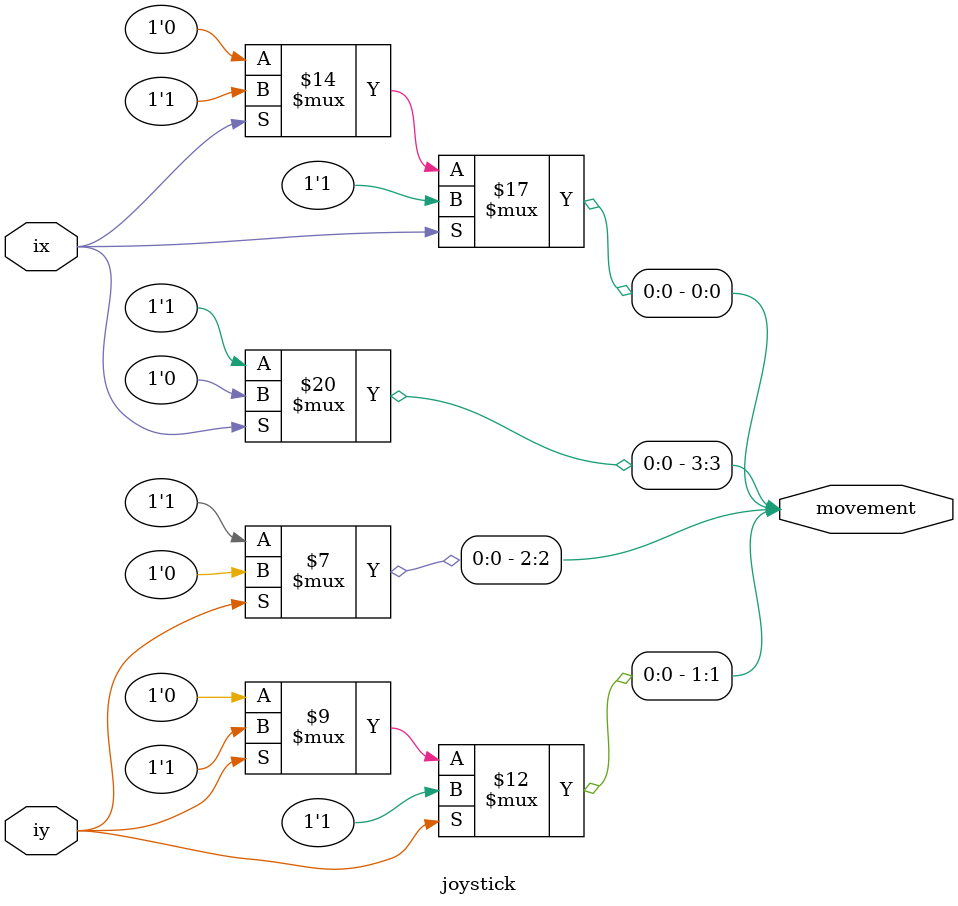
<source format=v>

`timescale 1ns / 1ns // `timescale time_unit/time_precision

module beehive
	(
		CLOCK_50,						//	On Board 50 MHz
		// Your inputs and outputs here
        KEY,
        SW,
		GPIO,

		// The ports below are for the VGA output.  Do not change.
		VGA_CLK,   						//	VGA Clock
		VGA_HS,							//	VGA H_SYNC
		VGA_VS,							//	VGA V_SYNC
		VGA_BLANK_N,						//	VGA BLANK
		VGA_SYNC_N,						//	VGA SYNC
		VGA_R,   						//	VGA Red[9:0]
		VGA_G,	 						//	VGA Green[9:0]
		VGA_B   						//	VGA Blue[9:0]
	);

	// Declare your inputs and outputs here
	input	CLOCK_50;				    // 50 MHz Clock
	input [9:0] SW;
	input [3:0] KEY;
	input [10:5]GPIO;	// 5:x, 7:y, 9:sw

	// Do not change the following outputs
	output			VGA_CLK;   				//	VGA Clock
	output			VGA_HS;					//	VGA H_SYNC
	output			VGA_VS;					//	VGA V_SYNC
	output			VGA_BLANK_N;				//	VGA BLANK
	output			VGA_SYNC_N;				//	VGA SYNC
	output	[9:0]	VGA_R;   				//	VGA Red[9:0]
	output	[9:0]	VGA_G;	 				//	VGA Green[9:0]
	output	[9:0]	VGA_B;   				//	VGA Blue[9:0]

	// Create an Instance of a VGA controller - there can be only one!
	// Define the number of colours as well as the initial background
	// image file (.MIF) for the controller.
	vga_adapter VGA(
			.resetn(resetn),
			.clock(CLOCK_50),
			.colour(outcolour),
			.x(outx),
			.y(outy),
			.plot(writeEn),
			/* Signals for the DAC to drive the monitor. */
			.VGA_R(VGA_R),
			.VGA_G(VGA_G),
			.VGA_B(VGA_B),
			.VGA_HS(VGA_HS),
			.VGA_VS(VGA_VS),
			.VGA_BLANK(VGA_BLANK_N),
			.VGA_SYNC(VGA_SYNC_N),
			.VGA_CLK(VGA_CLK));

	defparam VGA.RESOLUTION = "160x120";
	defparam VGA.MONOCHROME = "FALSE";
	defparam VGA.BITS_PER_COLOUR_CHANNEL = 1;
	defparam VGA.BACKGROUND_IMAGE = "black.mif";

	// Put your code here. Your code should produce signals x,y,colour and writeEn/plot
	// for the VGA controller, in addition to any other functionality your design may require.

    wire resetn;
	assign resetn = KEY[0];

	// joystick stuff
	wire [3:0]movement;

	joystick j(
		.ix(GPIO[5]),
		.iy(GPIO[7]),

		.movement(movement)
		);

	////////////////////////// BOY INSTANTIATION //////////////////////////////
	// wires from b0
	wire [2:0] outcolour0;
	wire [7:0] outx0;
	wire [6:0] outy0;
	wire [0:0] writeEn0;

	baby B0(
			.CLOCK_50(CLOCK_50),
			.resetn(resetn),
			.xin(8'd70),
			.yin(7'd70),
			.colourin(3'b111),

			// cycle per second, not -1
			.cycleload(28'b0010111110101111000010000000),
			.movement(movement),

			.outx(outx0),
			.outy(outy0),
			.outcolour(outcolour0),
			.writeEn(writeEn0)
			);
	////////////////////////// END BOY INSTANTIATION //////////////////////////

    ////////////////////////// BEE 1 INSTANTIATION ////////////////////////////
    //wires from b1
	wire [2:0] outcolour1;
	wire [7:0] outx1;
	wire [6:0] outy1;
	wire [0:0] writeEn1;

	beeby B1(
		.CLOCK_50(CLOCK_50),
		.resetn(resetn),
		.xin(8'd10),
		.yin(7'd10),
		.colourin(3'b001),

		// cycle per second, not -1
	    .cycleload(28'b0010111110101111000010000000),

		.outx(outx1),
		.outy(outy1),
		.outcolour(outcolour1),
		.writeEn(writeEn1)
		);
	///////////////////////// END BEE 1 INSTANTIATION /////////////////////////

	////////////////////////// BEE 2 INSTANTIATION ////////////////////////////
    //wires from b2
	wire [2:0] outcolour2;
	wire [7:0] outx2;
	wire [6:0] outy2;
	wire [0:0] writeEn2;

	beeby B2(
		.CLOCK_50(CLOCK_50),
		.resetn(resetn),
		.xin(8'd40),
		.yin(7'd40),
		.colourin(3'b010),

		// cycle per second, not -1
	    .cycleload(28'b0010111110101111000010000000),

		.outx(outx2),
		.outy(outy2),
		.outcolour(outcolour2),
		.writeEn(writeEn2)
		);
	///////////////////////// END BEE 2 INSTANTIATION /////////////////////////

	/////////////////////////// CHOOSE MOVEMENT INSTANTIATION /////////////////
    // Create the colour, x, y and writeEn wires that are inputs to the controller.
    wire [2:0] outcolour;
    wire [7:0] outx;
    wire [6:0] outy;
    wire [0:0] writeEn;

	chooseMovement CM(
	    .CLOCK_50(CLOCK_50),

		// wires from char
	    .outcolour0(outcolour0),
		.outx0(outx0),
		.outy0(outy0),
		.writeEn0(writeEn0),

        // wires from b1
		.outcolour1(outcolour1),
		.outx1(outx1),
		.outy1(outy1),
		.writeEn1(writeEn1),

        // wires form b2
		.outcolour2(outcolour2),
		.outx2(outx2),
		.outy2(outy2),
		.writeEn2(writeEn2),

        // wires to VGA
		.outcolour(outcolour),
		.outx(outx),
		.outy(outy),
		.writeEn(writeEn)
		);
	///////////////////////// END CHOOSE MOVEMENT INSTANTIATION ///////////////

endmodule

// chooses which object is moved on VGA
module chooseMovement( CLOCK_50, outcolour0, outx0, outy0, writeEn0,
						outcolour1, outx1, outy1, writeEn1,
						outcolour2, outx2, outy2, writeEn2,
						outcolour, outx, outy, writeEn);
    input CLOCK_50;

    input [2:0] outcolour0;
    input [7:0] outx0;
    input [6:0] outy0;
    input [0:0] writeEn0;

    input [2:0] outcolour1;
    input [7:0] outx1;
    input [6:0] outy1;
    input [0:0] writeEn1;

    input [2:0] outcolour2;
    input [7:0] outx2;
    input [6:0] outy2;
    input [0:0] writeEn2;

    output reg [2:0] outcolour;
    output reg [7:0] outx;
    output reg [6:0] outy;
    output reg [0:0] writeEn;

	always @(posedge CLOCK_50)
	begin
		if(writeEn0) //player
			begin
				writeEn <= writeEn0;
				outx <= outx0;
				outy <= outy0;
				outcolour = outcolour0;
			end
		else if(writeEn1) // bee1, if prior arent moving, then let this move
			begin
				writeEn <= writeEn1;
				outx <= outx1;
				outy <= outy1;
				outcolour = outcolour1;
			end
		else if (writeEn2)    // bee2, if prior arent moving, then let this move
			begin
				writeEn <= writeEn2;
				outx <= outx2;
				outy <= outy2;
				outcolour <= outcolour;
			end
	end

endmodule

// char module inclusing fsm and datapath, uses keys for movement
module baby( CLOCK_50, resetn, xin, yin, colourin, cycleload, movement, outx, outy, outcolour, writeEn);
        input CLOCK_50;
        input resetn;

        input [7:0]xin;
        input [6:0]yin;
        input [2:0]colourin;

        // load value to create speed from rate divider
        input [27:0]cycleload;
        input[3:0]movement;

        output [7:0] outx;
        output [6:0] outy;
        output [2:0] outcolour;
        output [0:0] writeEn;

        wire [0:0] ld, clear, update, divider_go;

        // rate divider for speed
        rateDivider rd(
        .clock(CLOCK_50),
        .cycleload(cycleload),
        .Enable(divider_go)
        );

        // Instansiate FSM control
        bee_control C(
                 .clk(CLOCK_50),
                 .resetn(resetn),

                 //clock from rate divider for speed
                 .go(divider_go),

                 .ld(ld),
                 .clear(clear),
                 .update(update)
        );

        // Instansiate datapath
        boy_datapath D(
                .clk(CLOCK_50),
                .ld(ld),
                .update(update),
                .clear(clear),

                .xin(xin),
                .yin(yin),
                .colourin(colourin),

                .movement(movement),

                .b_x(outx),
                .b_y(outy),
                .outcolour(outcolour),
                .writeEn(writeEn)
                );

endmodule

//boy datapath. takes CLOCK_50 and ld, update, clear, from bee_control.
// outputs x value, y value, colour and plot-enable-signal for VGA.
module boy_datapath( clk, ld, update, clear, xin, yin, colourin, movement, b_x, b_y, outcolour, writeEn);

        input clk;
        input [0:0]ld;
        input [0:0]update;
        input [0:0]clear;

        input [7:0]xin;
        input [6:0]yin;
        input [2:0]colourin;

        input[3:0]movement;

        output reg [7:0] b_x;
        output reg [6:0] b_y;
        output reg [2:0] outcolour;
        output reg [0:0] writeEn;

		// input registers
        always@(posedge clk)
        begin

            if(ld)
            begin
                b_x <= xin;
                b_y <= yin;
                outcolour <= colourin;
                writeEn <= 1'b1;
            end
            else if(clear)
            begin
                outcolour <= 3'b000;
                writeEn <= 1'b1;
            end
            else if(update)
            begin
                // right
                if ((~movement[0]) && (b_x != 8'd160))
                        b_x <= b_x + 1'b1;
                // down
                if ((~movement[1]) && (b_x != 8'd0))
                        b_y <= b_y + 1'b1;
                // up
                if ((~movement[2]) && (b_x != 8'd0))
                        b_y <= b_y - 1'b1;
                // left
                if ((~movement[3]) && (b_x != 8'd120))
                        b_x <= b_x - 1'b1;

                outcolour <= colourin;
                writeEn <= 1'b1;
            end
        end

endmodule

// bee module including FSM and datapath.
module beeby( CLOCK_50, resetn, xin, yin, colourin, cycleload, outx, outy, outcolour, writeEn);
        input CLOCK_50;
        input resetn;

        input [7:0]xin;
        input [6:0]yin;
        input [2:0]colourin;

        // load value to create speed from rate divider
        input [27:0]cycleload;

        output [7:0] outx;
        output [6:0] outy;
        output [2:0] outcolour;
        output [0:0] writeEn;

        wire [0:0]ld, clear, update, divider_go;

        // rate divider for speed
        rateDivider rd(
            .clock(CLOCK_50),
            .cycleload(cycleload),
            .Enable(divider_go)
        );

        // Instansiate FSM control
        bee_control C(
             .clk(CLOCK_50),
             .resetn(resetn),

             //clock from rate divider for speed
             .go(divider_go),

             .ld(ld),
             .clear(clear),
             .update(update)
        );

        // Instansiate datapath
        bee_datapath D(
            .clk(CLOCK_50),
            .ld(ld),
            .update(update),
            .clear(clear),

            .xin(xin),
            .yin(yin),
            .colourin(colourin),

            .b_x(outx),
            .b_y(outy),
            .outcolour(outcolour),
            .writeEn(writeEn)
        );

endmodule

// bee FSM and control path. takes input of CLOCK_50, reset_signal, (go)speed.
// outputs ld, clear or update to incicate what state we're in.
module bee_control( clk, resetn, go, ld, clear, update);
    input clk;
    input resetn;
    input go;

    output reg  ld, clear, update;

    reg [6:0] current_state, next_state;

    localparam  S_LOAD        = 4'd0,
                S_LOAD_WAIT   = 4'd1,
                S_CLEAR       = 4'd2,
                S_UPDATE      = 4'd3;

    // Next state logic aka our state table
     // load values for x and y then keep looping between clearing the previous, and updating to the new value
    always @(*)
    begin: state_table
            case (current_state)
                S_LOAD: next_state = S_LOAD_WAIT;
                S_LOAD_WAIT: next_state = go ? S_CLEAR : S_LOAD_WAIT;
                S_CLEAR: next_state = S_UPDATE;
                S_UPDATE: next_state = S_LOAD_WAIT;

            default:     next_state = S_LOAD;
            endcase
    end // state_table


    // Output logic aka all of our datapath control signals
    always @(*)
    begin: enable_signals
        // By default make all our signals 0
        ld = 1'b0;
        update = 1'b0;
        clear = 1'b0;
        case (current_state)
            S_LOAD: begin
                    ld = 1'b1;
                    update = 1'b0;
                    clear = 1'b0;
                end
            S_CLEAR: begin
                    clear = 1'b1;
                    ld = 1'b0;
                    update = 1'b0;
                end
            S_UPDATE: begin
                    ld = 1'b0;
                    update = 1'b1;
                    clear = 1'b0;
                end
        // default:    // don't need default since we already made sure all of our outputs were assigned a value at the start of the always block
        endcase
    end // enable_signals

    // current_state registers
        // reset to initial position
    always@(posedge clk)
    begin: state_FFs
        if(!resetn)
            current_state <= S_LOAD;
        else
            current_state <= next_state;
    end // state_FFS

endmodule

//bee datapath. takes CLOCK_50 and ld, update, clear, from bee_control.
// outputs x value, y value, colour and plot-enable-signal for VGA.
module bee_datapath( clk, ld, update, clear, xin, yin, colourin, b_x, b_y, outcolour, writeEn);
    input clk;
    input [0:0]ld;
    input [0:0]update;
    input [0:0]clear;

    input [7:0]xin;
    input [6:0]yin;
    input [2:0]colourin;

    output reg [7:0] b_x;
    output reg [6:0] b_y;
    output reg [2:0] outcolour;
    output reg [0:0] writeEn;

    reg [0:0]b_x_direction, b_y_direction;

    // input registers
    always@(posedge clk)
    begin
        if ((b_x == 8'd0) || (b_x == 8'd160))
            begin
                b_x_direction <= ~b_x_direction;
                if ((b_x == 8'd0)) b_x <= 8'd1;
                else if ((b_x == 8'd160)) b_x <= 8'd159;
            end

        if ((b_y == 7'd0) || (b_y == 7'd120))
            begin
                b_y_direction <= ~b_y_direction;
                if ((b_y == 7'd0)) b_y <= 7'd1;
                else if ((b_y == 7'd120)) b_y <= 7'd119;
            end

        if(ld)
            begin
                b_x <= xin;
                b_y <= yin;
                outcolour <= colourin;
                writeEn <= 1'b1;
                b_x_direction<= 1'b0;
                b_y_direction <= 1'b0;
            end
        else if(clear || (b_x == 8'd0) || (b_x == 8'd160) || (b_y == 7'd0) || (b_y == 7'd120))
            begin
                outcolour <= 3'b000;
                writeEn <= 1'b1;
            end
        else if(update)
            begin

                if (~b_x_direction) b_x <= b_x + 1'b1;
                else b_x <= b_x - 1'b1;
                if (b_y_direction) b_y <= b_y + 1'b1;
                else b_y <= b_y - 1'b1;

                outcolour <= colourin;
                writeEn <= 1'b1;
            end
    end

endmodule

// rate divider
module rateDivider(clock, cycleload, Enable);
    input clock;
    input [27:0]cycleload;
    output [0:0]Enable;

    reg [27:0] q;

    always @(posedge clock)
    begin
        if(q[27:0] == 28'b0000000000000000000000000000)
            q[27:0] <= cycleload - 1'b1;
        else
            q <= q - 1'b1;
    end

    assign Enable = (q == 28'b0000000000000000000000000000) ? 1'b1 : 1'b0;

endmodule

module joystick(ix, iy, movement);
	input ix, iy;
	output reg [3:0] movement;

	always@(*)
	begin
		movement[3:0] <= 4'b1111;
		// left
		if(ix == 1'b1)
		movement[3] <= 1'b0;
		// right
		else if (ix == 1'b0)
		movement[0] <= 1'b0;
		// up
		if(iy == 1'b1)
		movement[2] <= 1'b0;
		//down
		else if (iy == 1'b0)
		movement[1] <= 1'b0;
	end

endmodule

</source>
